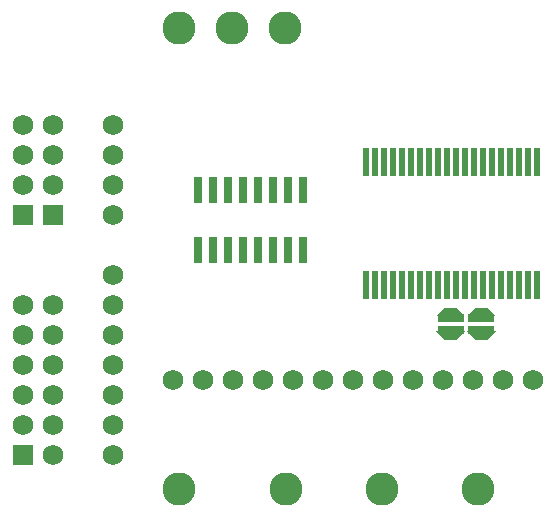
<source format=gbs>
G04 (created by PCBNEW-RS274X (2012-01-19 BZR 3256)-stable) date Mon 10 Dec 2012 16:42:03 GMT*
G01*
G70*
G90*
%MOIN*%
G04 Gerber Fmt 3.4, Leading zero omitted, Abs format*
%FSLAX34Y34*%
G04 APERTURE LIST*
%ADD10C,0.006000*%
%ADD11C,0.110400*%
%ADD12R,0.023700X0.094600*%
%ADD13R,0.086700X0.027700*%
%ADD14R,0.031600X0.086700*%
%ADD15C,0.068000*%
%ADD16R,0.068000X0.068000*%
G04 APERTURE END LIST*
G54D10*
G54D11*
X56181Y-32283D03*
X57953Y-32283D03*
X59724Y-32283D03*
X56181Y-47638D03*
X59764Y-47638D03*
X62953Y-47638D03*
X66142Y-47638D03*
G54D12*
X63306Y-40830D03*
X63006Y-40830D03*
X62706Y-40830D03*
X62406Y-40830D03*
X63606Y-40830D03*
X63906Y-40830D03*
X64206Y-40830D03*
X64506Y-40830D03*
X64806Y-40830D03*
X65106Y-40830D03*
X65406Y-40830D03*
X63306Y-36730D03*
X63606Y-36730D03*
X63906Y-36730D03*
X64206Y-36730D03*
X64506Y-36730D03*
X64806Y-36730D03*
X65106Y-36730D03*
X65406Y-36730D03*
X65706Y-36730D03*
X63006Y-36730D03*
X62706Y-36730D03*
X62406Y-36730D03*
X65706Y-40830D03*
X66006Y-40830D03*
X66306Y-40830D03*
X66606Y-40830D03*
X66906Y-40830D03*
X67206Y-40830D03*
X67506Y-40830D03*
X67806Y-40830D03*
X66006Y-36730D03*
X66306Y-36730D03*
X66606Y-36730D03*
X66906Y-36730D03*
X67206Y-36730D03*
X67506Y-36730D03*
X67806Y-36730D03*
X68106Y-36730D03*
X68106Y-40830D03*
G54D10*
G36*
X65726Y-41870D02*
X64746Y-41870D01*
X65022Y-41594D01*
X65450Y-41594D01*
X65726Y-41870D01*
X65726Y-41870D01*
G37*
G54D13*
X65236Y-41929D03*
G54D10*
G36*
X65449Y-42658D02*
X65023Y-42658D01*
X64745Y-42382D01*
X65727Y-42382D01*
X65449Y-42658D01*
X65449Y-42658D01*
G37*
G54D13*
X65236Y-42323D03*
G54D10*
G36*
X66750Y-41870D02*
X65770Y-41870D01*
X66046Y-41594D01*
X66474Y-41594D01*
X66750Y-41870D01*
X66750Y-41870D01*
G37*
G54D13*
X66260Y-41929D03*
G54D10*
G36*
X66473Y-42658D02*
X66047Y-42658D01*
X65769Y-42382D01*
X66751Y-42382D01*
X66473Y-42658D01*
X66473Y-42658D01*
G37*
G54D13*
X66260Y-42323D03*
G54D14*
X56813Y-37681D03*
X57313Y-37681D03*
X57813Y-37681D03*
X58313Y-37681D03*
X58813Y-37681D03*
X59313Y-37681D03*
X59813Y-37681D03*
X60313Y-37681D03*
X60313Y-39681D03*
X59813Y-39681D03*
X59313Y-39681D03*
X58813Y-39681D03*
X58313Y-39681D03*
X57813Y-39681D03*
X57313Y-39681D03*
X56813Y-39681D03*
G54D15*
X63000Y-44000D03*
X54000Y-35500D03*
X54000Y-43500D03*
X54000Y-36500D03*
X56000Y-44000D03*
X57000Y-44000D03*
X58000Y-44000D03*
X59000Y-44000D03*
X60000Y-44000D03*
X61000Y-44000D03*
X62000Y-44000D03*
X54000Y-42500D03*
X64000Y-44000D03*
X65000Y-44000D03*
X66000Y-44000D03*
X67000Y-44000D03*
X68000Y-44000D03*
X54000Y-45500D03*
X54000Y-44500D03*
X54000Y-46500D03*
X54000Y-40500D03*
X54000Y-38500D03*
X54000Y-41500D03*
X54000Y-37500D03*
G54D16*
X51000Y-46500D03*
G54D15*
X52000Y-46500D03*
X51000Y-45500D03*
X52000Y-45500D03*
X51000Y-44500D03*
X52000Y-44500D03*
X52000Y-43500D03*
X51000Y-43500D03*
X52000Y-42500D03*
X51000Y-42500D03*
X52000Y-41500D03*
X51000Y-41500D03*
G54D16*
X52000Y-38500D03*
G54D15*
X52000Y-37500D03*
X52000Y-36500D03*
X52000Y-35500D03*
G54D16*
X51000Y-38500D03*
G54D15*
X51000Y-37500D03*
X51000Y-36500D03*
X51000Y-35500D03*
M02*

</source>
